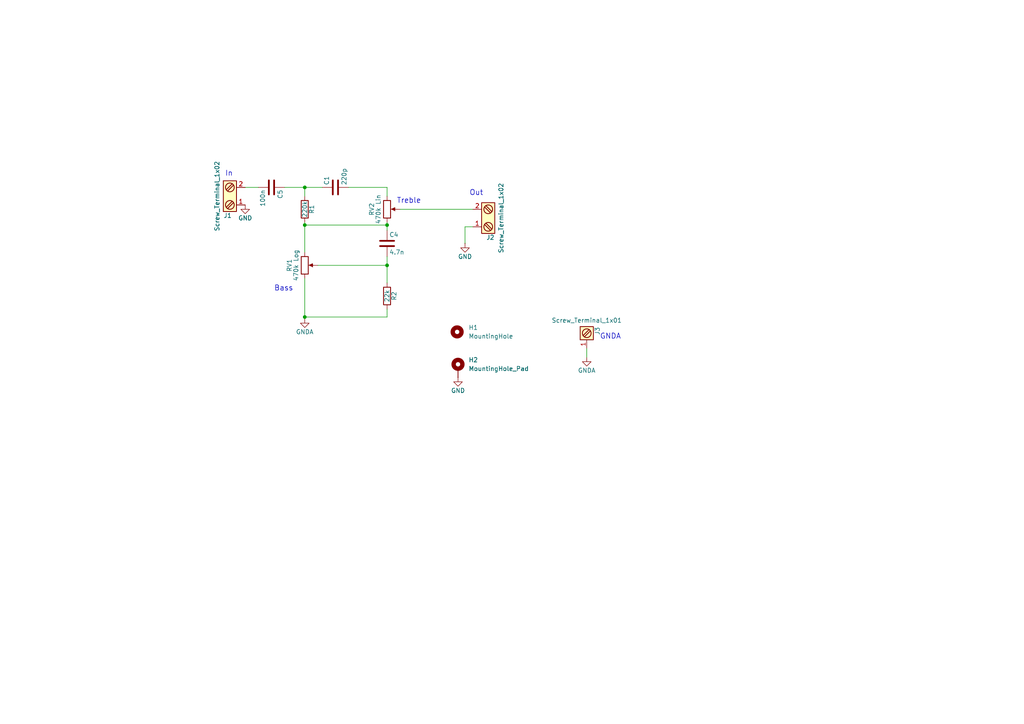
<source format=kicad_sch>
(kicad_sch (version 20231120) (generator "eeschema") (generator_version "8.0")
  (paper "A4")
  (lib_symbols
    (symbol "BoneRayPCB-rescue:POT" (pin_numbers hide) (pin_names (offset 1.016) hide)
      (property "Reference" "RV" (at -4.445 0 90))
      (property "Value" "POT" (at -2.54 0 90))
      (symbol "POT_0_1"
        (polyline (pts (xy 2.54 0) (xy 1.524 0)))
        (polyline (pts (xy 1.143 0) (xy 2.286 0.508) (xy 2.286 -0.508)) (fill (type outline)))
        (rectangle (start 1.016 2.54) (end -1.016 -2.54) (stroke (width 0.254)))
      )
      (symbol "POT_1_1"
        (pin passive line (at 0 3.81 270) (length 1.27) (name "1") (number "1"))
        (pin passive line (at 3.81 0 180) (length 1.27) (name "2") (number "2"))
        (pin passive line (at 0 -3.81 90) (length 1.27) (name "3") (number "3"))
      )
    )
    (symbol "BoneRayPCB-rescue:Screw_Terminal_1x01" (pin_names (offset 0.762) hide)
      (property "Reference" "J" (at 0 3.81 0))
      (property "Value" "Screw_Terminal_1x01" (at -3.81 0 90))
      (symbol "Screw_Terminal_1x01_0_1"
        (rectangle (start -1.27 1.905) (end 2.54 -1.905) (stroke (width 0.254)) (fill (type background)))
        (polyline (pts (xy 0 1.016) (xy 1.651 -0.635)) (stroke (width 0.254)))
        (polyline (pts (xy 1.27 -1.016) (xy -0.381 0.635)) (stroke (width 0.254)))
        (circle (center 0.635 0) (radius 1.27) (stroke (width 0.254)))
      )
      (symbol "Screw_Terminal_1x01_1_1"
        (pin passive line (at 5.08 0 180) (length 2.54) (name "~") (number "1"))
      )
    )
    (symbol "BoneRayPCB-rescue:Screw_Terminal_1x02" (pin_names (offset 0.762) hide)
      (property "Reference" "J" (at 0 6.35 0))
      (property "Value" "Screw_Terminal_1x02" (at -3.81 0 90))
      (symbol "Screw_Terminal_1x02_0_1"
        (rectangle (start -1.27 4.445) (end 2.54 -4.445) (stroke (width 0.254)) (fill (type background)))
        (polyline (pts (xy -0.381 -1.905) (xy 1.27 -3.556)) (stroke (width 0.254)))
        (polyline (pts (xy 0 3.556) (xy 1.651 1.905)) (stroke (width 0.254)))
        (polyline (pts (xy 1.27 1.524) (xy -0.381 3.175)) (stroke (width 0.254)))
        (polyline (pts (xy 1.651 -3.175) (xy 0 -1.524)) (stroke (width 0.254)))
        (circle (center 0.635 -2.54) (radius 1.27) (stroke (width 0.254)))
        (circle (center 0.635 2.54) (radius 1.27) (stroke (width 0.254)))
      )
      (symbol "Screw_Terminal_1x02_1_1"
        (pin passive line (at 5.08 2.54 180) (length 2.54) (name "~") (number "1"))
        (pin passive line (at 5.08 -2.54 180) (length 2.54) (name "~") (number "2"))
      )
    )
    (symbol "Device:C" (pin_numbers hide) (pin_names (offset 0.254))
      (property "Reference" "C" (at 0.635 2.54 0))
      (property "Value" "C" (at 0.635 -2.54 0))
      (symbol "C_0_1"
        (polyline (pts (xy -2.032 -0.762) (xy 2.032 -0.762)) (stroke (width 0.508)))
        (polyline (pts (xy -2.032 0.762) (xy 2.032 0.762)) (stroke (width 0.508)))
      )
      (symbol "C_1_1"
        (pin passive line (at 0 3.81 270) (length 2.794) (name "~") (number "1"))
        (pin passive line (at 0 -3.81 90) (length 2.794) (name "~") (number "2"))
      )
    )
    (symbol "Device:R" (pin_numbers hide) (pin_names (offset 0))
      (property "Reference" "R" (at 2.032 0 90))
      (property "Value" "R" (at 0 0 90))
      (symbol "R_0_1"
        (rectangle (start -1.016 -2.54) (end 1.016 2.54) (stroke (width 0.254)))
      )
      (symbol "R_1_1"
        (pin passive line (at 0 3.81 270) (length 1.27) (name "~") (number "1"))
        (pin passive line (at 0 -3.81 90) (length 1.27) (name "~") (number "2"))
      )
    )
    (symbol "Mechanical:MountingHole" (pin_names (offset 1.016)) (exclude_from_sim yes) (in_bom no)
      (property "Reference" "H" (at 0 5.08 0))
      (property "Value" "MountingHole" (at 0 3.175 0))
      (symbol "MountingHole_0_1"
        (circle (center 0 0) (radius 1.27) (stroke (width 1.27)))
      )
    )
    (symbol "Mechanical:MountingHole_Pad" (pin_numbers hide) (pin_names (offset 1.016) hide) (exclude_from_sim yes) (in_bom no)
      (property "Reference" "H" (at 0 6.35 0))
      (property "Value" "MountingHole_Pad" (at 0 4.445 0))
      (symbol "MountingHole_Pad_0_1"
        (circle (center 0 1.27) (radius 1.27) (stroke (width 1.27)))
      )
      (symbol "MountingHole_Pad_1_1"
        (pin input line (at 0 -2.54 90) (length 2.54) (name "1") (number "1"))
      )
    )
    (symbol "power:GND" (power) (pin_numbers hide) (pin_names (offset 0) hide)
      (property "Value" "GND" (at 0 -3.81 0))
      (symbol "GND_0_1"
        (polyline (pts (xy 0 0) (xy 0 -1.27) (xy 1.27 -1.27) (xy 0 -2.54) (xy -1.27 -1.27) (xy 0 -1.27)))
      )
      (symbol "GND_1_1"
        (pin power_in line (at 0 0 270) (length 0) (name "~") (number "1"))
      )
    )
    (symbol "power:GNDA" (power) (pin_numbers hide) (pin_names (offset 0) hide)
      (property "Value" "GNDA" (at 0 -3.81 0))
      (symbol "GNDA_0_1"
        (polyline (pts (xy 0 0) (xy 0 -1.27) (xy 1.27 -1.27) (xy 0 -2.54) (xy -1.27 -1.27) (xy 0 -1.27)))
      )
      (symbol "GNDA_1_1"
        (pin power_in line (at 0 0 270) (length 0) (name "~") (number "1"))
      )
    )
  )
  (junction (at 88.392 91.948))
  (junction (at 112.268 65.278))
  (junction (at 112.268 76.962))
  (junction (at 88.392 65.278))
  (junction (at 88.392 54.356))
  (wire (pts (xy 101.092 54.356) (xy 112.268 54.356)))
  (wire (pts (xy 116.078 60.706) (xy 137.16 60.706)))
  (wire (pts (xy 112.268 64.516) (xy 112.268 65.278)))
  (wire (pts (xy 88.392 54.356) (xy 93.472 54.356)))
  (wire (pts (xy 88.392 91.948) (xy 112.268 91.948)))
  (wire (pts (xy 170.18 103.632) (xy 170.18 101.092)))
  (wire (pts (xy 112.268 54.356) (xy 112.268 56.896)))
  (wire (pts (xy 71.12 54.356) (xy 74.93 54.356)))
  (wire (pts (xy 112.268 89.662) (xy 112.268 91.948)))
  (wire (pts (xy 112.268 76.962) (xy 92.202 76.962)))
  (wire (pts (xy 88.392 80.772) (xy 88.392 91.948)))
  (wire (pts (xy 134.874 70.612) (xy 134.874 65.786)))
  (wire (pts (xy 88.392 54.356) (xy 88.392 56.896)))
  (wire (pts (xy 88.392 64.516) (xy 88.392 65.278)))
  (wire (pts (xy 112.268 74.422) (xy 112.268 76.962)))
  (wire (pts (xy 88.392 91.948) (xy 88.392 92.456)))
  (wire (pts (xy 88.392 65.278) (xy 88.392 73.152)))
  (wire (pts (xy 112.268 65.278) (xy 112.268 66.802)))
  (wire (pts (xy 82.55 54.356) (xy 88.392 54.356)))
  (wire (pts (xy 112.268 76.962) (xy 112.268 82.042)))
  (wire (pts (xy 88.392 65.278) (xy 112.268 65.278)))
  (wire (pts (xy 134.874 65.786) (xy 137.16 65.786)))
  (text "Treble" (at 115.062 59.182 0) (effects (font (size 1.524 1.524)) (justify left bottom)))
  (text "In" (at 65.278 51.308 0) (effects (font (size 1.524 1.524)) (justify left bottom)))
  (text "Out" (at 136.144 56.896 0) (effects (font (size 1.524 1.524)) (justify left bottom)))
  (text "Bass" (at 79.502 84.582 0) (effects (font (size 1.524 1.524)) (justify left bottom)))
  (text "GNDA" (at 173.99 98.552 0) (effects (font (size 1.524 1.524)) (justify left bottom)))
  (symbol (lib_id "Device:R") (at 88.392 60.706 0) (unit 1)
    (property "Reference" "R1" (at 90.424 60.706 90))
    (property "Value" "220k" (at 88.392 60.706 90))
    (property "Footprint" "Resistor_THT:R_Axial_DIN0414_L11.9mm_D4.5mm_P15.24mm_Horizontal" (effects (hide yes)))
  )
  (symbol (lib_id "Device:R") (at 112.268 85.852 0) (unit 1)
    (property "Reference" "R2" (at 114.3 85.852 90))
    (property "Value" "22k" (at 112.268 85.852 90))
    (property "Footprint" "Resistor_THT:R_Axial_DIN0414_L11.9mm_D4.5mm_P15.24mm_Horizontal" (effects (hide yes)))
  )
  (symbol (lib_id "Device:C") (at 97.282 54.356 90) (unit 1)
    (property "Reference" "C1" (at 94.742 53.721 0) (effects (justify left)))
    (property "Value" "220p" (at 99.822 53.721 0) (effects (justify left)))
    (property "Footprint" "Capacitor_THT:C_Disc_D7.5mm_W5.0mm_P7.50mm" (effects (hide yes)))
  )
  (symbol (lib_id "Device:C") (at 112.268 70.612 0) (unit 1)
    (property "Reference" "C4" (at 112.903 68.072 0) (effects (justify left)))
    (property "Value" "4.7n" (at 112.903 73.152 0) (effects (justify left)))
    (property "Footprint" "Capacitor_THT:C_Axial_L12.0mm_D6.5mm_P15.00mm_Horizontal" (effects (hide yes)))
  )
  (symbol (lib_id "BoneRayPCB-rescue:POT") (at 88.392 76.962 0) (unit 1)
    (property "Reference" "RV1" (at 83.947 76.962 90))
    (property "Value" "470k Log" (at 85.852 76.962 90))
    (property "Footprint" "Connector_Phoenix_MC_HighVoltage:PhoenixContact_MCV_1,5_3-G-5.08_1x03_P5.08mm_Vertical" (effects (hide yes)))
    (property "MPN" "1729131" (effects (hide yes)))
    (property "SPN" "651-1729131" (effects (hide yes)))
  )
  (symbol (lib_id "BoneRayPCB-rescue:POT") (at 112.268 60.706 0) (unit 1)
    (property "Reference" "RV2" (at 107.823 60.706 90))
    (property "Value" "470k Lin" (at 109.728 60.706 90))
    (property "Footprint" "Connector_Phoenix_MC_HighVoltage:PhoenixContact_MCV_1,5_3-G-5.08_1x03_P5.08mm_Vertical" (effects (hide yes)))
    (property "MPN" "1729131" (effects (hide yes)))
    (property "SPN" "651-1729131" (effects (hide yes)))
  )
  (symbol (lib_id "power:GNDA") (at 88.392 92.456 0) (unit 1)
    (property "Reference" "#PWR01" (effects (hide yes)))
    (property "Value" "GNDA" (at 88.392 96.266 0))
  )
  (symbol (lib_id "power:GNDA") (at 170.18 103.632 0) (unit 1)
    (property "Reference" "#PWR02" (effects (hide yes)))
    (property "Value" "GNDA" (at 170.18 107.442 0))
  )
  (symbol (lib_id "BoneRayPCB-rescue:Screw_Terminal_1x01") (at 170.18 96.012 270) (unit 1)
    (property "Reference" "J3" (at 173.99 96.012 0) (effects (justify top)))
    (property "Value" "Screw_Terminal_1x01" (at 170.18 92.202 90) (effects (justify top)))
    (property "Footprint" "Connector_Wire:SolderWire-0.75sqmm_1x01_D1.25mm_OD2.3mm" (effects (hide yes)))
  )
  (symbol (lib_id "BoneRayPCB-rescue:Screw_Terminal_1x02") (at 66.04 56.896 0) (mirror x) (unit 1)
    (property "Reference" "J1" (at 66.04 63.246 0) (effects (justify top)))
    (property "Value" "Screw_Terminal_1x02" (at 62.23 56.896 90) (effects (justify top)))
    (property "Footprint" "Connector_Phoenix_MC_HighVoltage:PhoenixContact_MCV_1,5_2-G-5.08_1x02_P5.08mm_Vertical" (effects (hide yes)))
    (property "SPN" "651-1729128" (effects (hide yes)))
  )
  (symbol (lib_id "power:GND") (at 71.12 59.436 0) (unit 1)
    (property "Reference" "#PWR03" (effects (hide yes)))
    (property "Value" "GND" (at 71.12 63.246 0))
  )
  (symbol (lib_id "BoneRayPCB-rescue:Screw_Terminal_1x02") (at 142.24 63.246 180) (unit 1)
    (property "Reference" "J2" (at 142.24 69.596 0) (effects (justify top)))
    (property "Value" "Screw_Terminal_1x02" (at 146.05 63.246 90) (effects (justify top)))
    (property "Footprint" "Connector_Phoenix_MC_HighVoltage:PhoenixContact_MCV_1,5_2-G-5.08_1x02_P5.08mm_Vertical" (effects (hide yes)))
    (property "SPN" "651-1729128" (effects (hide yes)))
  )
  (symbol (lib_id "power:GND") (at 134.874 70.612 0) (unit 1)
    (property "Reference" "#PWR04" (effects (hide yes)))
    (property "Value" "GND" (at 134.874 74.422 0))
  )
  (symbol (lib_id "Device:C") (at 78.74 54.356 270) (unit 1)
    (property "Reference" "C5" (at 81.28 54.991 0) (effects (justify left)))
    (property "Value" "100n" (at 76.2 54.991 0) (effects (justify left)))
    (property "Footprint" "Capacitor_THT:C_Axial_L22.0mm_D9.5mm_P27.50mm_Horizontal" (effects (hide yes)))
  )
  (symbol (lib_id "Mechanical:MountingHole") (at 132.588 96.266 0) (unit 1) (exclude_from_sim yes) (in_bom no)
    (property "Reference" "H1" (at 135.89 94.9959 0) (effects (justify left)))
    (property "Value" "MountingHole" (at 135.89 97.5359 0) (effects (justify left)))
    (property "Footprint" "MountingHole:MountingHole_3.2mm_M3" (effects (hide yes)))
    (property "Description" "Mounting Hole without connection" (effects (hide yes)))
  )
  (symbol (lib_id "Mechanical:MountingHole_Pad") (at 132.842 106.934 0) (unit 1) (exclude_from_sim yes) (in_bom no)
    (property "Reference" "H2" (at 135.89 104.3939 0) (effects (justify left)))
    (property "Value" "MountingHole_Pad" (at 135.89 106.9339 0) (effects (justify left)))
    (property "Footprint" "MountingHole:MountingHole_3.2mm_M3_Pad" (effects (hide yes)))
    (property "Description" "Mounting Hole with connection" (effects (hide yes)))
  )
  (symbol (lib_id "power:GND") (at 132.842 109.474 0) (unit 1)
    (property "Reference" "#PWR05" (effects (hide yes)))
    (property "Value" "GND" (at 132.842 113.284 0))
  )
)
</source>
